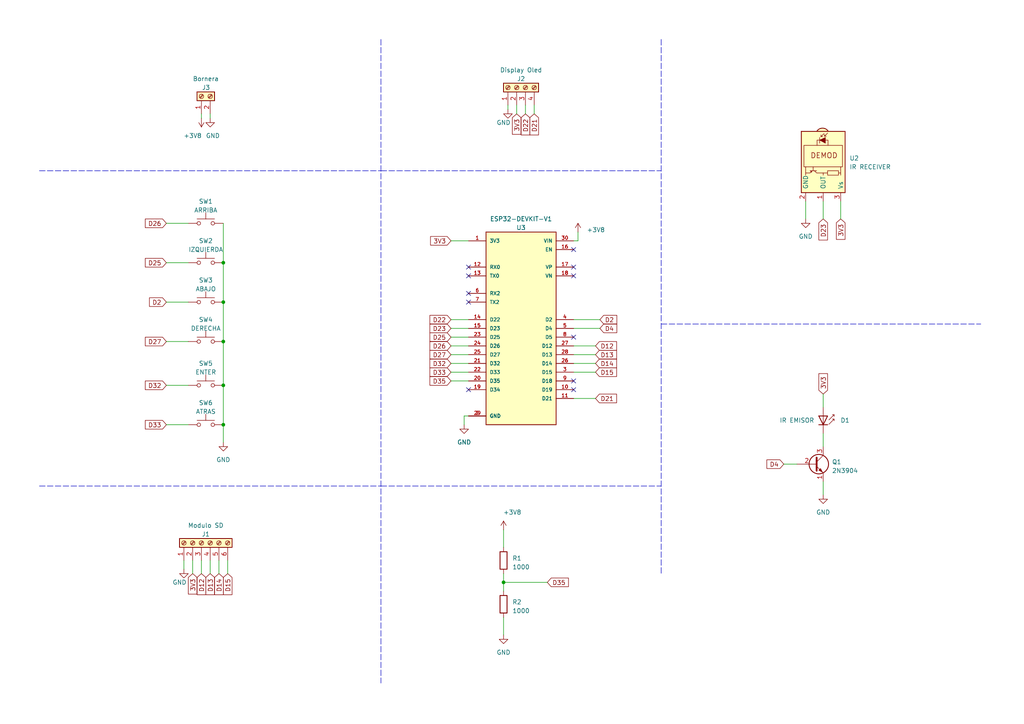
<source format=kicad_sch>
(kicad_sch (version 20230121) (generator eeschema)
  (paper "A4")
  (title_block (title "PROYECTO CONTROL REMOTO"))
  (lib_symbols
    (symbol "Connector:Screw_Terminal_01x02" (pin_names (offset 1.016) hide)
      (property "Reference" "J" (at 0 2.54 0))
      (property "Value" "Screw_Terminal_01x02" (at 0 -5.08 0))
      (symbol "Screw_Terminal_01x02_1_1"
        (rectangle (start -1.27 1.27) (end 1.27 -3.81) (stroke (width 0.254)) (fill (type background)))
        (circle (center 0 -2.54) (radius 0.635) (stroke (width 0.1524)))
        (polyline (pts (xy -0.5334 -2.2098) (xy 0.3302 -3.048)) (stroke (width 0.1524)))
        (polyline (pts (xy -0.5334 0.3302) (xy 0.3302 -0.508)) (stroke (width 0.1524)))
        (polyline (pts (xy -0.3556 -2.032) (xy 0.508 -2.8702)) (stroke (width 0.1524)))
        (polyline (pts (xy -0.3556 0.508) (xy 0.508 -0.3302)) (stroke (width 0.1524)))
        (circle (center 0 0) (radius 0.635) (stroke (width 0.1524)))
        (pin passive line (at -5.08 0 0) (length 3.81) (name "Pin_1") (number "1"))
        (pin passive line (at -5.08 -2.54 0) (length 3.81) (name "Pin_2") (number "2"))
      )
    )
    (symbol "Connector:Screw_Terminal_01x04" (pin_names (offset 1.016) hide)
      (property "Reference" "J" (at 0 5.08 0))
      (property "Value" "Screw_Terminal_01x04" (at 0 -7.62 0))
      (symbol "Screw_Terminal_01x04_1_1"
        (rectangle (start -1.27 3.81) (end 1.27 -6.35) (stroke (width 0.254)) (fill (type background)))
        (circle (center 0 -5.08) (radius 0.635) (stroke (width 0.1524)))
        (circle (center 0 -2.54) (radius 0.635) (stroke (width 0.1524)))
        (polyline (pts (xy -0.5334 -4.7498) (xy 0.3302 -5.588)) (stroke (width 0.1524)))
        (polyline (pts (xy -0.5334 -2.2098) (xy 0.3302 -3.048)) (stroke (width 0.1524)))
        (polyline (pts (xy -0.5334 0.3302) (xy 0.3302 -0.508)) (stroke (width 0.1524)))
        (polyline (pts (xy -0.5334 2.8702) (xy 0.3302 2.032)) (stroke (width 0.1524)))
        (polyline (pts (xy -0.3556 -4.572) (xy 0.508 -5.4102)) (stroke (width 0.1524)))
        (polyline (pts (xy -0.3556 -2.032) (xy 0.508 -2.8702)) (stroke (width 0.1524)))
        (polyline (pts (xy -0.3556 0.508) (xy 0.508 -0.3302)) (stroke (width 0.1524)))
        (polyline (pts (xy -0.3556 3.048) (xy 0.508 2.2098)) (stroke (width 0.1524)))
        (circle (center 0 0) (radius 0.635) (stroke (width 0.1524)))
        (circle (center 0 2.54) (radius 0.635) (stroke (width 0.1524)))
        (pin passive line (at -5.08 2.54 0) (length 3.81) (name "Pin_1") (number "1"))
        (pin passive line (at -5.08 0 0) (length 3.81) (name "Pin_2") (number "2"))
        (pin passive line (at -5.08 -2.54 0) (length 3.81) (name "Pin_3") (number "3"))
        (pin passive line (at -5.08 -5.08 0) (length 3.81) (name "Pin_4") (number "4"))
      )
    )
    (symbol "Connector:Screw_Terminal_01x06" (pin_names (offset 1.016) hide)
      (property "Reference" "J" (at 0 7.62 0))
      (property "Value" "Screw_Terminal_01x06" (at 0 -10.16 0))
      (symbol "Screw_Terminal_01x06_1_1"
        (rectangle (start -1.27 6.35) (end 1.27 -8.89) (stroke (width 0.254)) (fill (type background)))
        (circle (center 0 -7.62) (radius 0.635) (stroke (width 0.1524)))
        (circle (center 0 -5.08) (radius 0.635) (stroke (width 0.1524)))
        (circle (center 0 -2.54) (radius 0.635) (stroke (width 0.1524)))
        (polyline (pts (xy -0.5334 -7.2898) (xy 0.3302 -8.128)) (stroke (width 0.1524)))
        (polyline (pts (xy -0.5334 -4.7498) (xy 0.3302 -5.588)) (stroke (width 0.1524)))
        (polyline (pts (xy -0.5334 -2.2098) (xy 0.3302 -3.048)) (stroke (width 0.1524)))
        (polyline (pts (xy -0.5334 0.3302) (xy 0.3302 -0.508)) (stroke (width 0.1524)))
        (polyline (pts (xy -0.5334 2.8702) (xy 0.3302 2.032)) (stroke (width 0.1524)))
        (polyline (pts (xy -0.5334 5.4102) (xy 0.3302 4.572)) (stroke (width 0.1524)))
        (polyline (pts (xy -0.3556 -7.112) (xy 0.508 -7.9502)) (stroke (width 0.1524)))
        (polyline (pts (xy -0.3556 -4.572) (xy 0.508 -5.4102)) (stroke (width 0.1524)))
        (polyline (pts (xy -0.3556 -2.032) (xy 0.508 -2.8702)) (stroke (width 0.1524)))
        (polyline (pts (xy -0.3556 0.508) (xy 0.508 -0.3302)) (stroke (width 0.1524)))
        (polyline (pts (xy -0.3556 3.048) (xy 0.508 2.2098)) (stroke (width 0.1524)))
        (polyline (pts (xy -0.3556 5.588) (xy 0.508 4.7498)) (stroke (width 0.1524)))
        (circle (center 0 0) (radius 0.635) (stroke (width 0.1524)))
        (circle (center 0 2.54) (radius 0.635) (stroke (width 0.1524)))
        (circle (center 0 5.08) (radius 0.635) (stroke (width 0.1524)))
        (pin passive line (at -5.08 5.08 0) (length 3.81) (name "Pin_1") (number "1"))
        (pin passive line (at -5.08 2.54 0) (length 3.81) (name "Pin_2") (number "2"))
        (pin passive line (at -5.08 0 0) (length 3.81) (name "Pin_3") (number "3"))
        (pin passive line (at -5.08 -2.54 0) (length 3.81) (name "Pin_4") (number "4"))
        (pin passive line (at -5.08 -5.08 0) (length 3.81) (name "Pin_5") (number "5"))
        (pin passive line (at -5.08 -7.62 0) (length 3.81) (name "Pin_6") (number "6"))
      )
    )
    (symbol "Device:R" (pin_numbers hide) (pin_names (offset 0))
      (property "Reference" "R" (at 2.032 0 90))
      (property "Value" "R" (at 0 0 90))
      (symbol "R_0_1"
        (rectangle (start -1.016 -2.54) (end 1.016 2.54) (stroke (width 0.254)))
      )
      (symbol "R_1_1"
        (pin passive line (at 0 3.81 270) (length 1.27) (name "~") (number "1"))
        (pin passive line (at 0 -3.81 90) (length 1.27) (name "~") (number "2"))
      )
    )
    (symbol "ESP32-DEVKIT-V1:ESP32-DEVKIT-V1" (pin_names (offset 1.016))
      (property "Reference" "U" (at -10.16 30.48 0))
      (property "Value" "ESP32-DEVKIT-V1" (at -10.16 -30.48 0))
      (symbol "ESP32-DEVKIT-V1_0_0"
        (rectangle (start -10.16 -27.94) (end 10.16 27.94) (stroke (width 0.254)) (fill (type background)))
        (pin output line (at 15.24 25.4 180) (length 5.08) (name "3V3") (number "1"))
        (pin bidirectional line (at -15.24 -17.78 0) (length 5.08) (name "D19") (number "10"))
        (pin bidirectional line (at -15.24 -20.32 0) (length 5.08) (name "D21") (number "11"))
        (pin input line (at 15.24 17.78 180) (length 5.08) (name "RX0") (number "12"))
        (pin output line (at 15.24 15.24 180) (length 5.08) (name "TX0") (number "13"))
        (pin bidirectional line (at 15.24 2.54 180) (length 5.08) (name "D22") (number "14"))
        (pin bidirectional line (at 15.24 0 180) (length 5.08) (name "D23") (number "15"))
        (pin input line (at -15.24 22.86 0) (length 5.08) (name "EN") (number "16"))
        (pin bidirectional line (at -15.24 17.78 0) (length 5.08) (name "VP") (number "17"))
        (pin bidirectional line (at -15.24 15.24 0) (length 5.08) (name "VN") (number "18"))
        (pin bidirectional line (at 15.24 -17.78 180) (length 5.08) (name "D34") (number "19"))
        (pin power_in line (at 15.24 -25.4 180) (length 5.08) (name "GND") (number "2"))
        (pin bidirectional line (at 15.24 -15.24 180) (length 5.08) (name "D35") (number "20"))
        (pin bidirectional line (at 15.24 -10.16 180) (length 5.08) (name "D32") (number "21"))
        (pin bidirectional line (at 15.24 -12.7 180) (length 5.08) (name "D33") (number "22"))
        (pin bidirectional line (at 15.24 -2.54 180) (length 5.08) (name "D25") (number "23"))
        (pin bidirectional line (at 15.24 -5.08 180) (length 5.08) (name "D26") (number "24"))
        (pin bidirectional line (at 15.24 -7.62 180) (length 5.08) (name "D27") (number "25"))
        (pin bidirectional line (at -15.24 -10.16 0) (length 5.08) (name "D14") (number "26"))
        (pin bidirectional line (at -15.24 -5.08 0) (length 5.08) (name "D12") (number "27"))
        (pin bidirectional line (at -15.24 -7.62 0) (length 5.08) (name "D13") (number "28"))
        (pin power_in line (at 15.24 -25.4 180) (length 5.08) (name "GND") (number "29"))
        (pin bidirectional line (at -15.24 -12.7 0) (length 5.08) (name "D15") (number "3"))
        (pin input line (at -15.24 25.4 0) (length 5.08) (name "VIN") (number "30"))
        (pin bidirectional line (at -15.24 2.54 0) (length 5.08) (name "D2") (number "4"))
        (pin bidirectional line (at -15.24 0 0) (length 5.08) (name "D4") (number "5"))
        (pin input line (at 15.24 10.16 180) (length 5.08) (name "RX2") (number "6"))
        (pin output line (at 15.24 7.62 180) (length 5.08) (name "TX2") (number "7"))
        (pin bidirectional line (at -15.24 -2.54 0) (length 5.08) (name "D5") (number "8"))
        (pin bidirectional line (at -15.24 -15.24 0) (length 5.08) (name "D18") (number "9"))
      )
    )
    (symbol "Interface_Optical:TSOP535xx" (pin_names (offset 1.016))
      (property "Reference" "U" (at -10.16 7.62 0))
      (property "Value" "TSOP535xx" (at -10.16 -7.62 0))
      (symbol "TSOP535xx_0_0"
        (arc (start -10.287 1.397) (mid -11.0899 -0.1852) (end -10.287 -1.778) (stroke (width 0.254)) (fill (type background)))
        (polyline (pts (xy 1.905 -5.08) (xy 0.127 -5.08)))
        (polyline (pts (xy 1.905 5.08) (xy 0.127 5.08)))
        (text "DEMOD" (at -3.175 0.254 900) (effects (font (size 1.524 1.524))))
      )
      (symbol "TSOP535xx_0_1"
        (rectangle (start -6.096 5.588) (end 0.127 -5.588))
        (polyline (pts (xy -8.763 0.381) (xy -9.652 1.27)))
        (polyline (pts (xy -8.763 0.381) (xy -9.271 0.381)))
        (polyline (pts (xy -8.763 0.381) (xy -8.763 0.889)))
        (polyline (pts (xy -8.636 -0.635) (xy -9.525 0.254)))
        (polyline (pts (xy -8.636 -0.635) (xy -9.144 -0.635)))
        (polyline (pts (xy -8.636 -0.635) (xy -8.636 -0.127)))
        (polyline (pts (xy -8.382 -1.016) (xy -6.731 -1.016)))
        (polyline (pts (xy 1.27 -2.921) (xy 0.127 -2.921)))
        (polyline (pts (xy 1.27 -1.905) (xy 1.27 -3.81)))
        (polyline (pts (xy 1.397 -3.556) (xy 1.524 -3.556)))
        (polyline (pts (xy 1.651 -3.556) (xy 1.524 -3.556)))
        (polyline (pts (xy 1.651 -3.556) (xy 1.651 -3.302)))
        (polyline (pts (xy 1.905 0) (xy 1.905 1.27)))
        (polyline (pts (xy 1.905 4.445) (xy 1.905 5.08) (xy 2.54 5.08)))
        (polyline (pts (xy -8.382 0.635) (xy -6.731 0.635) (xy -7.62 -1.016) (xy -8.382 0.635)) (fill (type outline)))
        (polyline (pts (xy -6.096 1.397) (xy -7.62 1.397) (xy -7.62 -1.778) (xy -6.096 -1.778)))
        (polyline (pts (xy 1.27 -3.175) (xy 1.905 -3.81) (xy 1.905 -5.08) (xy 2.54 -5.08)))
        (polyline (pts (xy 1.27 -2.54) (xy 1.905 -1.905) (xy 1.905 0) (xy 2.54 0)))
        (rectangle (start 2.54 1.27) (end 1.27 4.445))
        (rectangle (start 7.62 6.35) (end -10.16 -6.35) (stroke (width 0.254)) (fill (type background)))
      )
      (symbol "TSOP535xx_1_1"
        (pin output line (at 10.16 0 180) (length 2.54) (name "OUT") (number "1"))
        (pin power_in line (at 10.16 -5.08 180) (length 2.54) (name "GND") (number "2"))
        (pin power_in line (at 10.16 5.08 180) (length 2.54) (name "Vs") (number "3"))
      )
    )
    (symbol "LED:IRL81A" (pin_numbers hide) (pin_names (offset 1.016) hide)
      (property "Reference" "D" (at 0.508 1.778 0))
      (property "Value" "IRL81A" (at -1.016 -2.794 0))
      (symbol "IRL81A_0_1"
        (polyline (pts (xy -2.54 0) (xy 0 0)))
        (polyline (pts (xy -2.54 1.27) (xy -2.54 -1.27)) (stroke (width 0.254)))
        (polyline (pts (xy 0.381 3.175) (xy -0.127 3.175)))
        (polyline (pts (xy -1.143 1.651) (xy 0.381 3.175) (xy 0.381 2.667)))
        (polyline (pts (xy 0 -1.27) (xy 0 1.27) (xy -2.54 0) (xy 0 -1.27)) (stroke (width 0.254)))
        (polyline (pts (xy -2.413 1.651) (xy -0.889 3.175) (xy -0.889 2.667) (xy -0.889 3.175) (xy -1.397 3.175)))
      )
      (symbol "IRL81A_1_1"
        (pin passive line (at -5.08 0 0) (length 2.54) (name "K") (number "1"))
        (pin passive line (at 2.54 0 180) (length 2.54) (name "A") (number "2"))
      )
    )
    (symbol "Switch:SW_Push" (pin_numbers hide) (pin_names (offset 1.016) hide)
      (property "Reference" "SW" (at 1.27 2.54 0))
      (property "Value" "SW_Push" (at 0 -1.524 0))
      (symbol "SW_Push_0_1"
        (circle (center -2.032 0) (radius 0.508))
        (polyline (pts (xy 0 1.27) (xy 0 3.048)))
        (polyline (pts (xy 2.54 1.27) (xy -2.54 1.27)))
        (circle (center 2.032 0) (radius 0.508))
        (pin passive line (at -5.08 0 0) (length 2.54) (name "1") (number "1"))
        (pin passive line (at 5.08 0 180) (length 2.54) (name "2") (number "2"))
      )
    )
    (symbol "Transistor_BJT:2N3904" (pin_names (offset 0) hide)
      (property "Reference" "Q" (at 5.08 1.905 0))
      (property "Value" "2N3904" (at 5.08 0 0))
      (symbol "2N3904_0_1"
        (polyline (pts (xy 0.635 0.635) (xy 2.54 2.54)))
        (polyline (pts (xy 0.635 -0.635) (xy 2.54 -2.54) (xy 2.54 -2.54)))
        (polyline (pts (xy 0.635 1.905) (xy 0.635 -1.905) (xy 0.635 -1.905)) (stroke (width 0.508)))
        (polyline (pts (xy 1.27 -1.778) (xy 1.778 -1.27) (xy 2.286 -2.286) (xy 1.27 -1.778) (xy 1.27 -1.778)) (fill (type outline)))
        (circle (center 1.27 0) (radius 2.8194) (stroke (width 0.254)))
      )
      (symbol "2N3904_1_1"
        (pin passive line (at 2.54 -5.08 90) (length 2.54) (name "E") (number "1"))
        (pin passive line (at -5.08 0 0) (length 5.715) (name "B") (number "2"))
        (pin passive line (at 2.54 5.08 270) (length 2.54) (name "C") (number "3"))
      )
    )
    (symbol "power:+3V8" (power) (pin_names (offset 0))
      (property "Value" "+3V8" (at 0 3.556 0))
      (symbol "+3V8_0_1"
        (polyline (pts (xy -0.762 1.27) (xy 0 2.54)))
        (polyline (pts (xy 0 0) (xy 0 2.54)))
        (polyline (pts (xy 0 2.54) (xy 0.762 1.27)))
      )
      (symbol "+3V8_1_1"
        (pin power_in line (at 0 0 90) (length 0) hide (name "+3V8") (number "1"))
      )
    )
    (symbol "power:GND" (power) (pin_names (offset 0))
      (property "Value" "GND" (at 0 -3.81 0))
      (symbol "GND_0_1"
        (polyline (pts (xy 0 0) (xy 0 -1.27) (xy 1.27 -1.27) (xy 0 -2.54) (xy -1.27 -1.27) (xy 0 -1.27)))
      )
      (symbol "GND_1_1"
        (pin power_in line (at 0 0 270) (length 0) hide (name "GND") (number "1"))
      )
    )
  )
  (junction (at 64.77 76.2))
  (junction (at 64.77 87.63))
  (junction (at 64.77 99.06))
  (junction (at 146.05 168.91))
  (junction (at 64.77 123.19))
  (junction (at 64.77 111.76))
  (no_connect (at 166.37 72.39))
  (no_connect (at 135.89 87.63))
  (no_connect (at 135.89 85.09))
  (no_connect (at 135.89 77.47))
  (no_connect (at 166.37 113.03))
  (no_connect (at 166.37 80.01))
  (no_connect (at 166.37 97.79))
  (no_connect (at 166.37 110.49))
  (no_connect (at 135.89 80.01))
  (no_connect (at 135.89 113.03))
  (no_connect (at 166.37 77.47))
  (wire (pts (xy 66.04 162.56) (xy 66.04 166.37)))
  (wire (pts (xy 130.81 100.33) (xy 135.89 100.33)))
  (wire (pts (xy 238.76 58.42) (xy 238.76 63.5)))
  (wire (pts (xy 167.64 69.85) (xy 166.37 69.85)))
  (wire (pts (xy 130.81 102.87) (xy 135.89 102.87)))
  (wire (pts (xy 60.96 162.56) (xy 60.96 166.37)))
  (wire (pts (xy 166.37 100.33) (xy 172.72 100.33)))
  (wire (pts (xy 238.76 125.73) (xy 238.76 129.54)))
  (wire (pts (xy 130.81 107.95) (xy 135.89 107.95)))
  (wire (pts (xy 60.96 34.29) (xy 60.96 33.02)))
  (wire (pts (xy 58.42 34.29) (xy 58.42 33.02)))
  (wire (pts (xy 166.37 92.71) (xy 173.99 92.71)))
  (wire (pts (xy 167.64 67.31) (xy 167.64 69.85)))
  (wire (pts (xy 166.37 107.95) (xy 172.72 107.95)))
  (wire (pts (xy 238.76 139.7) (xy 238.76 143.51)))
  (wire (pts (xy 149.86 30.48) (xy 149.86 33.02)))
  (wire (pts (xy 243.84 58.42) (xy 243.84 63.5)))
  (wire (pts (xy 64.77 87.63) (xy 64.77 99.06)))
  (polyline (pts (xy 191.77 11.43) (xy 191.77 166.37)) (stroke (width 0) (type dash)))
  (wire (pts (xy 130.81 110.49) (xy 135.89 110.49)))
  (wire (pts (xy 130.81 92.71) (xy 135.89 92.71)))
  (wire (pts (xy 130.81 97.79) (xy 135.89 97.79)))
  (wire (pts (xy 166.37 95.25) (xy 173.99 95.25)))
  (wire (pts (xy 48.26 76.2) (xy 54.61 76.2)))
  (wire (pts (xy 166.37 105.41) (xy 172.72 105.41)))
  (wire (pts (xy 233.68 58.42) (xy 233.68 63.5)))
  (wire (pts (xy 146.05 166.37) (xy 146.05 168.91)))
  (wire (pts (xy 146.05 168.91) (xy 158.75 168.91)))
  (wire (pts (xy 64.77 64.77) (xy 64.77 76.2)))
  (wire (pts (xy 48.26 99.06) (xy 54.61 99.06)))
  (wire (pts (xy 146.05 168.91) (xy 146.05 171.45)))
  (wire (pts (xy 135.89 120.65) (xy 134.62 120.65)))
  (polyline (pts (xy 11.43 140.97) (xy 110.49 140.97)) (stroke (width 0) (type dash)))
  (wire (pts (xy 48.26 123.19) (xy 54.61 123.19)))
  (wire (pts (xy 227.33 134.62) (xy 231.14 134.62)))
  (wire (pts (xy 64.77 76.2) (xy 64.77 87.63)))
  (wire (pts (xy 238.76 114.3) (xy 238.76 118.11)))
  (wire (pts (xy 130.81 69.85) (xy 135.89 69.85)))
  (polyline (pts (xy 11.43 49.53) (xy 110.49 49.53)) (stroke (width 0) (type dash)))
  (wire (pts (xy 152.4 30.48) (xy 152.4 33.02)))
  (wire (pts (xy 134.62 120.65) (xy 134.62 123.19)))
  (wire (pts (xy 63.5 162.56) (xy 63.5 166.37)))
  (wire (pts (xy 130.81 95.25) (xy 135.89 95.25)))
  (wire (pts (xy 166.37 115.57) (xy 172.72 115.57)))
  (polyline (pts (xy 110.49 11.43) (xy 110.49 198.12)) (stroke (width 0) (type dash)))
  (wire (pts (xy 64.77 123.19) (xy 64.77 128.27)))
  (wire (pts (xy 64.77 111.76) (xy 64.77 123.19)))
  (wire (pts (xy 130.81 105.41) (xy 135.89 105.41)))
  (polyline (pts (xy 191.77 93.98) (xy 284.48 93.98)) (stroke (width 0) (type dash)))
  (wire (pts (xy 147.32 30.48) (xy 147.32 31.75)))
  (wire (pts (xy 58.42 162.56) (xy 58.42 166.37)))
  (wire (pts (xy 166.37 102.87) (xy 172.72 102.87)))
  (wire (pts (xy 64.77 99.06) (xy 64.77 111.76)))
  (wire (pts (xy 48.26 64.77) (xy 54.61 64.77)))
  (wire (pts (xy 55.88 162.56) (xy 55.88 166.37)))
  (wire (pts (xy 48.26 87.63) (xy 54.61 87.63)))
  (polyline (pts (xy 110.49 49.53) (xy 191.77 49.53)) (stroke (width 0) (type dash)))
  (wire (pts (xy 154.94 30.48) (xy 154.94 33.02)))
  (wire (pts (xy 48.26 111.76) (xy 54.61 111.76)))
  (polyline (pts (xy 110.49 140.97) (xy 191.77 140.97)) (stroke (width 0) (type dash)))
  (wire (pts (xy 53.34 162.56) (xy 53.34 165.1)))
  (wire (pts (xy 146.05 179.07) (xy 146.05 184.15)))
  (wire (pts (xy 146.05 153.67) (xy 146.05 158.75)))
  (global_label "D33" (shape input) (at 48.26 123.19 180) (property "Intersheetrefs" "${INTERSHEET_REFS}" (effects hide)))
  (global_label "D2" (shape input) (at 48.26 87.63 180) (property "Intersheetrefs" "${INTERSHEET_REFS}" (effects hide)))
  (global_label "D22" (shape input) (at 152.4 33.02 270) (property "Intersheetrefs" "${INTERSHEET_REFS}" (effects hide)))
  (global_label "D27" (shape input) (at 48.26 99.06 180) (property "Intersheetrefs" "${INTERSHEET_REFS}" (effects hide)))
  (global_label "D33" (shape input) (at 130.81 107.95 180) (property "Intersheetrefs" "${INTERSHEET_REFS}" (effects hide)))
  (global_label "3V3" (shape input) (at 243.84 63.5 270) (property "Intersheetrefs" "${INTERSHEET_REFS}" (effects hide)))
  (global_label "D12" (shape input) (at 58.42 166.37 270) (property "Intersheetrefs" "${INTERSHEET_REFS}" (effects hide)))
  (global_label "D4" (shape input) (at 173.99 95.25 0) (property "Intersheetrefs" "${INTERSHEET_REFS}" (effects hide)))
  (global_label "D23" (shape input) (at 238.76 63.5 270) (property "Intersheetrefs" "${INTERSHEET_REFS}" (effects hide)))
  (global_label "D22" (shape input) (at 130.81 92.71 180) (property "Intersheetrefs" "${INTERSHEET_REFS}" (effects hide)))
  (global_label "D26" (shape input) (at 48.26 64.77 180) (property "Intersheetrefs" "${INTERSHEET_REFS}" (effects hide)))
  (global_label "D2" (shape input) (at 173.99 92.71 0) (property "Intersheetrefs" "${INTERSHEET_REFS}" (effects hide)))
  (global_label "D35" (shape input) (at 130.81 110.49 180) (property "Intersheetrefs" "${INTERSHEET_REFS}" (effects hide)))
  (global_label "3V3" (shape input) (at 55.88 166.37 270) (property "Intersheetrefs" "${INTERSHEET_REFS}" (effects hide)))
  (global_label "D21" (shape input) (at 172.72 115.57 0) (property "Intersheetrefs" "${INTERSHEET_REFS}" (effects hide)))
  (global_label "D12" (shape input) (at 172.72 100.33 0) (property "Intersheetrefs" "${INTERSHEET_REFS}" (effects hide)))
  (global_label "D32" (shape input) (at 48.26 111.76 180) (property "Intersheetrefs" "${INTERSHEET_REFS}" (effects hide)))
  (global_label "D14" (shape input) (at 172.72 105.41 0) (property "Intersheetrefs" "${INTERSHEET_REFS}" (effects hide)))
  (global_label "D26" (shape input) (at 130.81 100.33 180) (property "Intersheetrefs" "${INTERSHEET_REFS}" (effects hide)))
  (global_label "D13" (shape input) (at 172.72 102.87 0) (property "Intersheetrefs" "${INTERSHEET_REFS}" (effects hide)))
  (global_label "D25" (shape input) (at 48.26 76.2 180) (property "Intersheetrefs" "${INTERSHEET_REFS}" (effects hide)))
  (global_label "D14" (shape input) (at 63.5 166.37 270) (property "Intersheetrefs" "${INTERSHEET_REFS}" (effects hide)))
  (global_label "D15" (shape input) (at 172.72 107.95 0) (property "Intersheetrefs" "${INTERSHEET_REFS}" (effects hide)))
  (global_label "3V3" (shape input) (at 149.86 33.02 270) (property "Intersheetrefs" "${INTERSHEET_REFS}" (effects hide)))
  (global_label "D25" (shape input) (at 130.81 97.79 180) (property "Intersheetrefs" "${INTERSHEET_REFS}" (effects hide)))
  (global_label "D15" (shape input) (at 66.04 166.37 270) (property "Intersheetrefs" "${INTERSHEET_REFS}" (effects hide)))
  (global_label "D35" (shape input) (at 158.75 168.91 0) (property "Intersheetrefs" "${INTERSHEET_REFS}" (effects hide)))
  (global_label "D13" (shape input) (at 60.96 166.37 270) (property "Intersheetrefs" "${INTERSHEET_REFS}" (effects hide)))
  (global_label "D4" (shape input) (at 227.33 134.62 180) (property "Intersheetrefs" "${INTERSHEET_REFS}" (effects hide)))
  (global_label "D23" (shape input) (at 130.81 95.25 180) (property "Intersheetrefs" "${INTERSHEET_REFS}" (effects hide)))
  (global_label "D27" (shape input) (at 130.81 102.87 180) (property "Intersheetrefs" "${INTERSHEET_REFS}" (effects hide)))
  (global_label "D32" (shape input) (at 130.81 105.41 180) (property "Intersheetrefs" "${INTERSHEET_REFS}" (effects hide)))
  (global_label "D21" (shape input) (at 154.94 33.02 270) (property "Intersheetrefs" "${INTERSHEET_REFS}" (effects hide)))
  (global_label "3V3" (shape input) (at 130.81 69.85 180) (property "Intersheetrefs" "${INTERSHEET_REFS}" (effects hide)))
  (global_label "3V3" (shape input) (at 238.76 114.3 90) (property "Intersheetrefs" "${INTERSHEET_REFS}" (effects hide)))
  (symbol (lib_id "power:GND") (at 238.76 143.51 0) (mirror y) (unit 1)
    (property "Reference" "#PWR02" (effects hide))
    (property "Value" "GND" (at 238.76 148.59 0))
  )
  (symbol (lib_id "power:GND") (at 134.62 123.19 0) (mirror y) (unit 1)
    (property "Reference" "#PWR015" (effects hide))
    (property "Value" "GND" (at 134.62 128.27 0))
  )
  (symbol (lib_id "power:GND") (at 147.32 31.75 0) (unit 1)
    (property "Reference" "#PWR06" (effects hide))
    (property "Value" "GND" (at 146.05 35.56 0))
  )
  (symbol (lib_id "power:+3V8") (at 167.64 67.31 0) (unit 1)
    (property "Reference" "#PWR012" (effects hide))
    (property "Value" "+3V8" (at 170.18 66.675 0) (effects (justify left)))
  )
  (symbol (lib_id "power:GND") (at 60.96 34.29 0) (unit 1)
    (property "Reference" "#PWR01" (effects hide))
    (property "Value" "GND" (at 59.69 39.37 0) (effects (justify left)))
  )
  (symbol (lib_id "Switch:SW_Push") (at 59.69 123.19 0) (unit 1)
    (property "Reference" "SW6" (at 59.69 116.84 0))
    (property "Value" "ATRAS" (at 59.69 119.38 0))
    (property "Footprint" "Button_Switch_THT:SW_PUSH_6mm_H4.3mm" (effects hide))
  )
  (symbol (lib_id "LED:IRL81A") (at 238.76 120.65 270) (mirror x) (unit 1)
    (property "Reference" "D1" (at 245.11 121.92 90))
    (property "Value" "IR EMISOR" (at 231.14 121.92 90))
    (property "Footprint" "LED_THT:LED_SideEmitter_Rectangular_W4.5mm_H1.6mm" (effects hide))
    (property "Datasheet" "http://www.osram-os.com/Graphics/XPic0/00203825_0.pdf" (effects hide))
  )
  (symbol (lib_id "power:+3V8") (at 146.05 153.67 0) (unit 1)
    (property "Reference" "#PWR05" (effects hide))
    (property "Value" "+3V8" (at 148.59 148.59 0))
  )
  (symbol (lib_id "Switch:SW_Push") (at 59.69 76.2 0) (unit 1)
    (property "Reference" "SW2" (at 59.69 69.85 0))
    (property "Value" "IZQUIERDA" (at 59.69 72.39 0))
    (property "Footprint" "Button_Switch_THT:SW_PUSH_6mm_H4.3mm" (effects hide))
  )
  (symbol (lib_id "Switch:SW_Push") (at 59.69 111.76 0) (unit 1)
    (property "Reference" "SW5" (at 59.69 105.41 0))
    (property "Value" "ENTER" (at 59.69 107.95 0))
    (property "Footprint" "Button_Switch_THT:SW_PUSH_6mm_H4.3mm" (effects hide))
  )
  (symbol (lib_id "Connector:Screw_Terminal_01x06") (at 58.42 157.48 90) (unit 1)
    (property "Reference" "J1" (at 59.69 154.94 90))
    (property "Value" "Modulo SD" (at 59.69 152.4 90))
    (property "Footprint" "TerminalBlock_TE-Connectivity:TerminalBlock_TE_282834-6_1x06_P2.54mm_Horizontal" (effects hide))
  )
  (symbol (lib_id "ESP32-DEVKIT-V1:ESP32-DEVKIT-V1") (at 151.13 95.25 0) (mirror y) (unit 1)
    (property "Reference" "U3" (at 151.13 66.04 0))
    (property "Value" "ESP32-DEVKIT-V1" (at 151.13 63.5 0))
    (property "Footprint" "asd:MODULE_ESP32_DEVKIT_V1" (effects hide))
    (property "PARTREV" "N/A" (effects hide))
    (property "STANDARD" "Manufacturer Recommendations" (effects hide))
    (property "MAXIMUM_PACKAGE_HEIGHT" "6.8 mm" (effects hide))
    (property "MANUFACTURER" "DOIT" (effects hide))
  )
  (symbol (lib_id "Device:R") (at 146.05 175.26 0) (unit 1)
    (property "Reference" "R2" (at 148.59 174.625 0) (effects (justify left)))
    (property "Value" "1000" (at 148.59 177.165 0) (effects (justify left)))
    (property "Footprint" "Resistor_THT:R_Axial_DIN0204_L3.6mm_D1.6mm_P7.62mm_Horizontal" (effects hide))
  )
  (symbol (lib_id "power:GND") (at 64.77 128.27 0) (unit 1)
    (property "Reference" "#PWR03" (effects hide))
    (property "Value" "GND" (at 64.77 133.35 0))
  )
  (symbol (lib_id "power:GND") (at 146.05 184.15 0) (mirror y) (unit 1)
    (property "Reference" "#PWR07" (effects hide))
    (property "Value" "GND" (at 146.05 189.23 0))
  )
  (symbol (lib_id "power:+3V8") (at 58.42 34.29 180) (unit 1)
    (property "Reference" "#PWR011" (effects hide))
    (property "Value" "+3V8" (at 55.88 39.37 0))
  )
  (symbol (lib_id "power:GND") (at 233.68 63.5 0) (unit 1)
    (property "Reference" "#PWR04" (effects hide))
    (property "Value" "GND" (at 233.68 68.58 0))
  )
  (symbol (lib_id "Switch:SW_Push") (at 59.69 99.06 0) (unit 1)
    (property "Reference" "SW4" (at 59.69 92.71 0))
    (property "Value" "DERECHA" (at 59.69 95.25 0))
    (property "Footprint" "Button_Switch_THT:SW_PUSH_6mm_H4.3mm" (effects hide))
  )
  (symbol (lib_id "Connector:Screw_Terminal_01x04") (at 149.86 25.4 90) (unit 1)
    (property "Reference" "J2" (at 151.13 22.86 90))
    (property "Value" "Display Oled" (at 151.13 20.32 90))
    (property "Footprint" "TerminalBlock_TE-Connectivity:TerminalBlock_TE_282834-4_1x04_P2.54mm_Horizontal" (effects hide))
  )
  (symbol (lib_id "Device:R") (at 146.05 162.56 0) (unit 1)
    (property "Reference" "R1" (at 148.59 161.925 0) (effects (justify left)))
    (property "Value" "1000" (at 148.59 164.465 0) (effects (justify left)))
    (property "Footprint" "Resistor_THT:R_Axial_DIN0204_L3.6mm_D1.6mm_P7.62mm_Horizontal" (effects hide))
  )
  (symbol (lib_id "power:GND") (at 53.34 165.1 0) (unit 1)
    (property "Reference" "#PWR09" (effects hide))
    (property "Value" "GND" (at 52.07 168.91 0))
  )
  (symbol (lib_id "Switch:SW_Push") (at 59.69 64.77 0) (unit 1)
    (property "Reference" "SW1" (at 59.69 58.42 0))
    (property "Value" "ARRIBA" (at 59.69 60.96 0))
    (property "Footprint" "Button_Switch_THT:SW_PUSH_6mm_H4.3mm" (effects hide))
  )
  (symbol (lib_id "Switch:SW_Push") (at 59.69 87.63 0) (unit 1)
    (property "Reference" "SW3" (at 59.69 81.28 0))
    (property "Value" "ABAJO" (at 59.69 83.82 0))
    (property "Footprint" "Button_Switch_THT:SW_PUSH_6mm_H4.3mm" (effects hide))
  )
  (symbol (lib_id "Interface_Optical:TSOP535xx") (at 238.76 48.26 270) (unit 1)
    (property "Reference" "U2" (at 246.38 45.89 90) (effects (justify left)))
    (property "Value" "IR RECEIVER" (at 246.38 48.43 90) (effects (justify left)))
    (property "Footprint" "OptoDevice:Vishay_MINIMOLD-3Pin" (effects hide))
    (property "Datasheet" "http://www.vishay.com/docs/82745/tsop531.pdf" (effects hide))
  )
  (symbol (lib_id "Transistor_BJT:2N3904") (at 236.22 134.62 0) (unit 1)
    (property "Reference" "Q1" (at 241.3 133.985 0) (effects (justify left)))
    (property "Value" "2N3904" (at 241.3 136.525 0) (effects (justify left)))
    (property "Footprint" "Package_TO_SOT_THT:TO-92_Inline_Wide" (effects hide))
    (property "Datasheet" "https://www.onsemi.com/pub/Collateral/2N3903-D.PDF" (effects hide))
  )
  (symbol (lib_id "Connector:Screw_Terminal_01x02") (at 58.42 27.94 90) (unit 1)
    (property "Reference" "J3" (at 60.96 25.4 90) (effects (justify left)))
    (property "Value" "Bornera" (at 63.5 22.86 90) (effects (justify left)))
    (property "Footprint" "TerminalBlock_TE-Connectivity:TerminalBlock_TE_282834-2_1x02_P2.54mm_Horizontal" (effects hide))
  )
)
</source>
